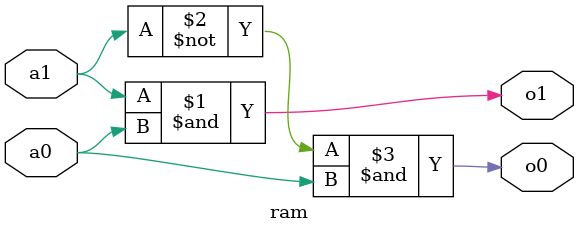
<source format=v>
module ram(a1, a0, o1, o0);

input a1;
input a0;
output o1;
output o0;
wire [2:0] w;

//−−−−−−----−-−−−−−−Instructions---−−−−−−−−−−−−−−−--−−−
/*
Instructions:
INC: 00
JNO: 01
HLT: 10
in1: INC
in2: JNO
in3: 00
in4: HLT
*/

// o1
and a1(o1, a1, a0);

//o0
and a2(o0, ~a1, a0);

endmodule
</source>
